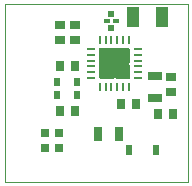
<source format=gtp>
G75*
%MOIN*%
%OFA0B0*%
%FSLAX25Y25*%
%IPPOS*%
%LPD*%
%AMOC8*
5,1,8,0,0,1.08239X$1,22.5*
%
%ADD10C,0.00000*%
%ADD11R,0.03000X0.01000*%
%ADD12R,0.01000X0.03000*%
%ADD13R,0.10400X0.10400*%
%ADD14C,0.00100*%
%ADD15R,0.02362X0.02953*%
%ADD16R,0.01969X0.01181*%
%ADD17R,0.02165X0.02165*%
%ADD18R,0.03937X0.06693*%
%ADD19R,0.02756X0.03543*%
%ADD20R,0.04724X0.03150*%
%ADD21R,0.03543X0.02756*%
%ADD22R,0.02756X0.03150*%
%ADD23R,0.02480X0.03268*%
%ADD24R,0.03150X0.04724*%
D10*
X0034486Y0027830D02*
X0034486Y0086885D01*
X0095509Y0086885D01*
X0095509Y0027830D01*
X0034486Y0027830D01*
D11*
X0063350Y0062279D03*
X0063350Y0064247D03*
X0063350Y0066216D03*
X0063350Y0068184D03*
X0063350Y0070153D03*
X0063350Y0072121D03*
X0078850Y0072121D03*
X0078850Y0070153D03*
X0078850Y0068184D03*
X0078850Y0066216D03*
X0078850Y0064247D03*
X0078850Y0062279D03*
D12*
X0076021Y0059450D03*
X0074053Y0059450D03*
X0072084Y0059450D03*
X0070116Y0059450D03*
X0068147Y0059450D03*
X0066179Y0059450D03*
X0066179Y0074950D03*
X0068147Y0074950D03*
X0070116Y0074950D03*
X0072084Y0074950D03*
X0074053Y0074950D03*
X0076021Y0074950D03*
D13*
X0071100Y0067200D03*
D14*
X0071494Y0066806D02*
X0075906Y0066806D01*
X0075906Y0062394D01*
X0071494Y0062394D01*
X0071494Y0066806D01*
X0071494Y0066738D02*
X0075906Y0066738D01*
X0075906Y0066640D02*
X0071494Y0066640D01*
X0071494Y0066541D02*
X0075906Y0066541D01*
X0075906Y0066443D02*
X0071494Y0066443D01*
X0071494Y0066344D02*
X0075906Y0066344D01*
X0075906Y0066246D02*
X0071494Y0066246D01*
X0071494Y0066147D02*
X0075906Y0066147D01*
X0075906Y0066049D02*
X0071494Y0066049D01*
X0071494Y0065950D02*
X0075906Y0065950D01*
X0075906Y0065852D02*
X0071494Y0065852D01*
X0071494Y0065753D02*
X0075906Y0065753D01*
X0075906Y0065655D02*
X0071494Y0065655D01*
X0071494Y0065556D02*
X0075906Y0065556D01*
X0075906Y0065458D02*
X0071494Y0065458D01*
X0071494Y0065359D02*
X0075906Y0065359D01*
X0075906Y0065261D02*
X0071494Y0065261D01*
X0071494Y0065162D02*
X0075906Y0065162D01*
X0075906Y0065064D02*
X0071494Y0065064D01*
X0071494Y0064965D02*
X0075906Y0064965D01*
X0075906Y0064867D02*
X0071494Y0064867D01*
X0071494Y0064768D02*
X0075906Y0064768D01*
X0075906Y0064670D02*
X0071494Y0064670D01*
X0071494Y0064571D02*
X0075906Y0064571D01*
X0075906Y0064473D02*
X0071494Y0064473D01*
X0071494Y0064374D02*
X0075906Y0064374D01*
X0075906Y0064276D02*
X0071494Y0064276D01*
X0071494Y0064177D02*
X0075906Y0064177D01*
X0075906Y0064079D02*
X0071494Y0064079D01*
X0071494Y0063980D02*
X0075906Y0063980D01*
X0075906Y0063882D02*
X0071494Y0063882D01*
X0071494Y0063783D02*
X0075906Y0063783D01*
X0075906Y0063685D02*
X0071494Y0063685D01*
X0071494Y0063586D02*
X0075906Y0063586D01*
X0075906Y0063488D02*
X0071494Y0063488D01*
X0071494Y0063389D02*
X0075906Y0063389D01*
X0075906Y0063291D02*
X0071494Y0063291D01*
X0071494Y0063192D02*
X0075906Y0063192D01*
X0075906Y0063094D02*
X0071494Y0063094D01*
X0071494Y0062995D02*
X0075906Y0062995D01*
X0075906Y0062897D02*
X0071494Y0062897D01*
X0071494Y0062798D02*
X0075906Y0062798D01*
X0075906Y0062699D02*
X0071494Y0062699D01*
X0071494Y0062601D02*
X0075906Y0062601D01*
X0075906Y0062502D02*
X0071494Y0062502D01*
X0071494Y0062404D02*
X0075906Y0062404D01*
X0075906Y0067594D02*
X0071494Y0067594D01*
X0071494Y0072006D01*
X0075906Y0072006D01*
X0075906Y0067594D01*
X0075906Y0067625D02*
X0071494Y0067625D01*
X0071494Y0067724D02*
X0075906Y0067724D01*
X0075906Y0067822D02*
X0071494Y0067822D01*
X0071494Y0067921D02*
X0075906Y0067921D01*
X0075906Y0068019D02*
X0071494Y0068019D01*
X0071494Y0068118D02*
X0075906Y0068118D01*
X0075906Y0068216D02*
X0071494Y0068216D01*
X0071494Y0068315D02*
X0075906Y0068315D01*
X0075906Y0068413D02*
X0071494Y0068413D01*
X0071494Y0068512D02*
X0075906Y0068512D01*
X0075906Y0068610D02*
X0071494Y0068610D01*
X0071494Y0068709D02*
X0075906Y0068709D01*
X0075906Y0068807D02*
X0071494Y0068807D01*
X0071494Y0068906D02*
X0075906Y0068906D01*
X0075906Y0069004D02*
X0071494Y0069004D01*
X0071494Y0069103D02*
X0075906Y0069103D01*
X0075906Y0069201D02*
X0071494Y0069201D01*
X0071494Y0069300D02*
X0075906Y0069300D01*
X0075906Y0069398D02*
X0071494Y0069398D01*
X0071494Y0069497D02*
X0075906Y0069497D01*
X0075906Y0069595D02*
X0071494Y0069595D01*
X0071494Y0069694D02*
X0075906Y0069694D01*
X0075906Y0069792D02*
X0071494Y0069792D01*
X0071494Y0069891D02*
X0075906Y0069891D01*
X0075906Y0069989D02*
X0071494Y0069989D01*
X0071494Y0070088D02*
X0075906Y0070088D01*
X0075906Y0070186D02*
X0071494Y0070186D01*
X0071494Y0070285D02*
X0075906Y0070285D01*
X0075906Y0070383D02*
X0071494Y0070383D01*
X0071494Y0070482D02*
X0075906Y0070482D01*
X0075906Y0070580D02*
X0071494Y0070580D01*
X0071494Y0070679D02*
X0075906Y0070679D01*
X0075906Y0070777D02*
X0071494Y0070777D01*
X0071494Y0070876D02*
X0075906Y0070876D01*
X0075906Y0070974D02*
X0071494Y0070974D01*
X0071494Y0071073D02*
X0075906Y0071073D01*
X0075906Y0071171D02*
X0071494Y0071171D01*
X0071494Y0071270D02*
X0075906Y0071270D01*
X0075906Y0071368D02*
X0071494Y0071368D01*
X0071494Y0071467D02*
X0075906Y0071467D01*
X0075906Y0071566D02*
X0071494Y0071566D01*
X0071494Y0071664D02*
X0075906Y0071664D01*
X0075906Y0071763D02*
X0071494Y0071763D01*
X0071494Y0071861D02*
X0075906Y0071861D01*
X0075906Y0071960D02*
X0071494Y0071960D01*
X0070706Y0071960D02*
X0066294Y0071960D01*
X0066294Y0072006D02*
X0070706Y0072006D01*
X0070706Y0067594D01*
X0066294Y0067594D01*
X0066294Y0072006D01*
X0066294Y0071861D02*
X0070706Y0071861D01*
X0070706Y0071763D02*
X0066294Y0071763D01*
X0066294Y0071664D02*
X0070706Y0071664D01*
X0070706Y0071566D02*
X0066294Y0071566D01*
X0066294Y0071467D02*
X0070706Y0071467D01*
X0070706Y0071368D02*
X0066294Y0071368D01*
X0066294Y0071270D02*
X0070706Y0071270D01*
X0070706Y0071171D02*
X0066294Y0071171D01*
X0066294Y0071073D02*
X0070706Y0071073D01*
X0070706Y0070974D02*
X0066294Y0070974D01*
X0066294Y0070876D02*
X0070706Y0070876D01*
X0070706Y0070777D02*
X0066294Y0070777D01*
X0066294Y0070679D02*
X0070706Y0070679D01*
X0070706Y0070580D02*
X0066294Y0070580D01*
X0066294Y0070482D02*
X0070706Y0070482D01*
X0070706Y0070383D02*
X0066294Y0070383D01*
X0066294Y0070285D02*
X0070706Y0070285D01*
X0070706Y0070186D02*
X0066294Y0070186D01*
X0066294Y0070088D02*
X0070706Y0070088D01*
X0070706Y0069989D02*
X0066294Y0069989D01*
X0066294Y0069891D02*
X0070706Y0069891D01*
X0070706Y0069792D02*
X0066294Y0069792D01*
X0066294Y0069694D02*
X0070706Y0069694D01*
X0070706Y0069595D02*
X0066294Y0069595D01*
X0066294Y0069497D02*
X0070706Y0069497D01*
X0070706Y0069398D02*
X0066294Y0069398D01*
X0066294Y0069300D02*
X0070706Y0069300D01*
X0070706Y0069201D02*
X0066294Y0069201D01*
X0066294Y0069103D02*
X0070706Y0069103D01*
X0070706Y0069004D02*
X0066294Y0069004D01*
X0066294Y0068906D02*
X0070706Y0068906D01*
X0070706Y0068807D02*
X0066294Y0068807D01*
X0066294Y0068709D02*
X0070706Y0068709D01*
X0070706Y0068610D02*
X0066294Y0068610D01*
X0066294Y0068512D02*
X0070706Y0068512D01*
X0070706Y0068413D02*
X0066294Y0068413D01*
X0066294Y0068315D02*
X0070706Y0068315D01*
X0070706Y0068216D02*
X0066294Y0068216D01*
X0066294Y0068118D02*
X0070706Y0068118D01*
X0070706Y0068019D02*
X0066294Y0068019D01*
X0066294Y0067921D02*
X0070706Y0067921D01*
X0070706Y0067822D02*
X0066294Y0067822D01*
X0066294Y0067724D02*
X0070706Y0067724D01*
X0070706Y0067625D02*
X0066294Y0067625D01*
X0066294Y0066806D02*
X0070706Y0066806D01*
X0070706Y0062394D01*
X0066294Y0062394D01*
X0066294Y0066806D01*
X0066294Y0066738D02*
X0070706Y0066738D01*
X0070706Y0066640D02*
X0066294Y0066640D01*
X0066294Y0066541D02*
X0070706Y0066541D01*
X0070706Y0066443D02*
X0066294Y0066443D01*
X0066294Y0066344D02*
X0070706Y0066344D01*
X0070706Y0066246D02*
X0066294Y0066246D01*
X0066294Y0066147D02*
X0070706Y0066147D01*
X0070706Y0066049D02*
X0066294Y0066049D01*
X0066294Y0065950D02*
X0070706Y0065950D01*
X0070706Y0065852D02*
X0066294Y0065852D01*
X0066294Y0065753D02*
X0070706Y0065753D01*
X0070706Y0065655D02*
X0066294Y0065655D01*
X0066294Y0065556D02*
X0070706Y0065556D01*
X0070706Y0065458D02*
X0066294Y0065458D01*
X0066294Y0065359D02*
X0070706Y0065359D01*
X0070706Y0065261D02*
X0066294Y0065261D01*
X0066294Y0065162D02*
X0070706Y0065162D01*
X0070706Y0065064D02*
X0066294Y0065064D01*
X0066294Y0064965D02*
X0070706Y0064965D01*
X0070706Y0064867D02*
X0066294Y0064867D01*
X0066294Y0064768D02*
X0070706Y0064768D01*
X0070706Y0064670D02*
X0066294Y0064670D01*
X0066294Y0064571D02*
X0070706Y0064571D01*
X0070706Y0064473D02*
X0066294Y0064473D01*
X0066294Y0064374D02*
X0070706Y0064374D01*
X0070706Y0064276D02*
X0066294Y0064276D01*
X0066294Y0064177D02*
X0070706Y0064177D01*
X0070706Y0064079D02*
X0066294Y0064079D01*
X0066294Y0063980D02*
X0070706Y0063980D01*
X0070706Y0063882D02*
X0066294Y0063882D01*
X0066294Y0063783D02*
X0070706Y0063783D01*
X0070706Y0063685D02*
X0066294Y0063685D01*
X0066294Y0063586D02*
X0070706Y0063586D01*
X0070706Y0063488D02*
X0066294Y0063488D01*
X0066294Y0063389D02*
X0070706Y0063389D01*
X0070706Y0063291D02*
X0066294Y0063291D01*
X0066294Y0063192D02*
X0070706Y0063192D01*
X0070706Y0063094D02*
X0066294Y0063094D01*
X0066294Y0062995D02*
X0070706Y0062995D01*
X0070706Y0062897D02*
X0066294Y0062897D01*
X0066294Y0062798D02*
X0070706Y0062798D01*
X0070706Y0062699D02*
X0066294Y0062699D01*
X0066294Y0062601D02*
X0070706Y0062601D01*
X0070706Y0062502D02*
X0066294Y0062502D01*
X0066294Y0062404D02*
X0070706Y0062404D01*
D15*
X0058600Y0061157D03*
X0058600Y0056708D03*
X0052104Y0056708D03*
X0052104Y0061157D03*
D16*
X0068738Y0081373D03*
X0071494Y0081373D03*
D17*
X0070116Y0079011D03*
X0070116Y0083735D03*
D18*
X0077202Y0082751D03*
X0087045Y0082751D03*
D19*
X0057911Y0066216D03*
X0052793Y0066216D03*
X0052793Y0051452D03*
X0057911Y0051452D03*
X0073265Y0053814D03*
X0078383Y0053814D03*
X0085470Y0050271D03*
X0090588Y0050271D03*
D20*
X0084486Y0055783D03*
X0084486Y0062869D03*
D21*
X0089998Y0062672D03*
X0089998Y0057554D03*
X0058108Y0074877D03*
X0052990Y0074877D03*
X0052990Y0079995D03*
X0058108Y0079995D03*
D22*
X0052596Y0044169D03*
X0047872Y0044169D03*
X0047872Y0039050D03*
X0052596Y0039050D03*
D23*
X0076021Y0038263D03*
X0085076Y0038263D03*
D24*
X0072675Y0043578D03*
X0065588Y0043578D03*
M02*

</source>
